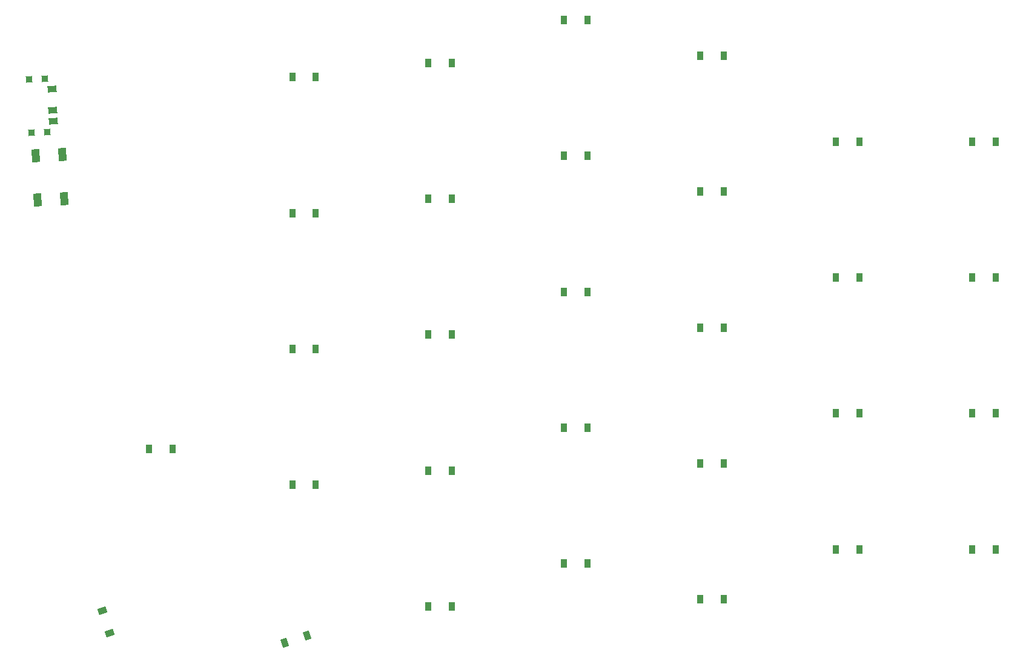
<source format=gbr>
%TF.GenerationSoftware,KiCad,Pcbnew,8.0.8*%
%TF.CreationDate,2025-02-23T20:19:19+00:00*%
%TF.ProjectId,right_final,72696768-745f-4666-996e-616c2e6b6963,v1.0.0*%
%TF.SameCoordinates,Original*%
%TF.FileFunction,Paste,Top*%
%TF.FilePolarity,Positive*%
%FSLAX46Y46*%
G04 Gerber Fmt 4.6, Leading zero omitted, Abs format (unit mm)*
G04 Created by KiCad (PCBNEW 8.0.8) date 2025-02-23 20:19:19*
%MOMM*%
%LPD*%
G01*
G04 APERTURE LIST*
G04 Aperture macros list*
%AMRotRect*
0 Rectangle, with rotation*
0 The origin of the aperture is its center*
0 $1 length*
0 $2 width*
0 $3 Rotation angle, in degrees counterclockwise*
0 Add horizontal line*
21,1,$1,$2,0,0,$3*%
G04 Aperture macros list end*
%ADD10R,0.900000X1.200000*%
%ADD11RotRect,0.900000X1.200000X288.000000*%
%ADD12RotRect,0.900000X1.200000X18.000000*%
%ADD13RotRect,1.800000X1.100000X92.500000*%
%ADD14RotRect,0.900000X1.250000X92.500000*%
%ADD15RotRect,0.900000X0.900000X92.500000*%
G04 APERTURE END LIST*
D10*
%TO.C,D27*%
X173082311Y-115791546D03*
X176382311Y-115791546D03*
%TD*%
%TO.C,D26*%
X173082311Y-134791546D03*
X176382311Y-134791546D03*
%TD*%
%TO.C,D25*%
X173082311Y-153791546D03*
X176382311Y-153791546D03*
%TD*%
%TO.C,D24*%
X173082311Y-172791546D03*
X176382311Y-172791546D03*
%TD*%
%TO.C,D28*%
X153082311Y-167791546D03*
X156382311Y-167791546D03*
%TD*%
D11*
%TO.C,D30*%
X146537804Y-190360342D03*
X147557560Y-193498828D03*
%TD*%
D12*
%TO.C,D29*%
X172024002Y-194854640D03*
X175162488Y-193834884D03*
%TD*%
D10*
%TO.C,D19*%
X192082311Y-189791546D03*
X195382311Y-189791546D03*
%TD*%
%TO.C,D20*%
X192082311Y-170791546D03*
X195382311Y-170791546D03*
%TD*%
%TO.C,D22*%
X192082311Y-132791546D03*
X195382311Y-132791546D03*
%TD*%
%TO.C,D23*%
X192082311Y-113791546D03*
X195382311Y-113791546D03*
%TD*%
%TO.C,D18*%
X211082311Y-107791546D03*
X214382311Y-107791546D03*
%TD*%
%TO.C,D17*%
X211082311Y-126791546D03*
X214382311Y-126791546D03*
%TD*%
%TO.C,D16*%
X211082311Y-145791546D03*
X214382311Y-145791546D03*
%TD*%
%TO.C,D15*%
X211082311Y-164791546D03*
X214382311Y-164791546D03*
%TD*%
%TO.C,D14*%
X211082311Y-183791546D03*
X214382311Y-183791546D03*
%TD*%
%TO.C,D9*%
X230082311Y-188791546D03*
X233382311Y-188791546D03*
%TD*%
%TO.C,D10*%
X230082311Y-169791546D03*
X233382311Y-169791546D03*
%TD*%
%TO.C,D11*%
X230082311Y-150791546D03*
X233382311Y-150791546D03*
%TD*%
%TO.C,D12*%
X230082311Y-131791546D03*
X233382311Y-131791546D03*
%TD*%
%TO.C,D13*%
X230082311Y-112791546D03*
X233382311Y-112791546D03*
%TD*%
%TO.C,D8*%
X249082311Y-124791546D03*
X252382311Y-124791546D03*
%TD*%
%TO.C,D7*%
X249082311Y-143791546D03*
X252382311Y-143791546D03*
%TD*%
%TO.C,D6*%
X249082311Y-162791546D03*
X252382311Y-162791546D03*
%TD*%
%TO.C,D5*%
X249082311Y-181791546D03*
X252382311Y-181791546D03*
%TD*%
%TO.C,D1*%
X268082311Y-181791546D03*
X271382311Y-181791546D03*
%TD*%
%TO.C,D2*%
X268082311Y-162791546D03*
X271382311Y-162791546D03*
%TD*%
%TO.C,D3*%
X268082311Y-143791546D03*
X271382311Y-143791546D03*
%TD*%
%TO.C,D4*%
X268082311Y-124791546D03*
X271382311Y-124791546D03*
%TD*%
%TO.C,D21*%
X192082311Y-151791546D03*
X195382311Y-151791546D03*
%TD*%
D13*
%TO.C,B1*%
X137519292Y-132969291D03*
X137248852Y-126775192D03*
X141215770Y-132807900D03*
X140945330Y-126613801D03*
%TD*%
D14*
%TO.C,T1*%
X139507192Y-117453177D03*
X139638051Y-120450322D03*
X139703480Y-121948894D03*
D15*
X136271966Y-116143049D03*
X138469872Y-116047086D03*
X138792656Y-123440043D03*
X136594750Y-123536006D03*
%TD*%
M02*

</source>
